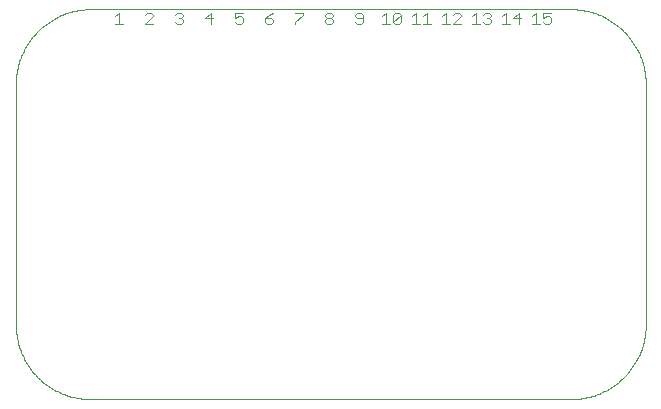
<source format=gbr>
G04 EAGLE Gerber RS-274X export*
G75*
%MOMM*%
%FSLAX34Y34*%
%LPD*%
%INSilkscreen Top*%
%IPPOS*%
%AMOC8*
5,1,8,0,0,1.08239X$1,22.5*%
G01*
%ADD10C,0.076200*%
%ADD11C,0.000000*%


D10*
X-182499Y159052D02*
X-179364Y162187D01*
X-179364Y152781D01*
X-182499Y152781D02*
X-176228Y152781D01*
X-157099Y152781D02*
X-150828Y152781D01*
X-157099Y152781D02*
X-150828Y159052D01*
X-150828Y160619D01*
X-152396Y162187D01*
X-155531Y162187D01*
X-157099Y160619D01*
X-131699Y160619D02*
X-130131Y162187D01*
X-126996Y162187D01*
X-125428Y160619D01*
X-125428Y159052D01*
X-126996Y157484D01*
X-128564Y157484D01*
X-126996Y157484D02*
X-125428Y155916D01*
X-125428Y154349D01*
X-126996Y152781D01*
X-130131Y152781D01*
X-131699Y154349D01*
X-101596Y152781D02*
X-101596Y162187D01*
X-106299Y157484D01*
X-100028Y157484D01*
X-80899Y162187D02*
X-74628Y162187D01*
X-80899Y162187D02*
X-80899Y157484D01*
X-77764Y159052D01*
X-76196Y159052D01*
X-74628Y157484D01*
X-74628Y154349D01*
X-76196Y152781D01*
X-79331Y152781D01*
X-80899Y154349D01*
X-52364Y160619D02*
X-49228Y162187D01*
X-52364Y160619D02*
X-55499Y157484D01*
X-55499Y154349D01*
X-53931Y152781D01*
X-50796Y152781D01*
X-49228Y154349D01*
X-49228Y155916D01*
X-50796Y157484D01*
X-55499Y157484D01*
X-30099Y162187D02*
X-23828Y162187D01*
X-23828Y160619D01*
X-30099Y154349D01*
X-30099Y152781D01*
X-4699Y160619D02*
X-3131Y162187D01*
X4Y162187D01*
X1572Y160619D01*
X1572Y159052D01*
X4Y157484D01*
X1572Y155916D01*
X1572Y154349D01*
X4Y152781D01*
X-3131Y152781D01*
X-4699Y154349D01*
X-4699Y155916D01*
X-3131Y157484D01*
X-4699Y159052D01*
X-4699Y160619D01*
X-3131Y157484D02*
X4Y157484D01*
X20701Y154349D02*
X22269Y152781D01*
X25404Y152781D01*
X26972Y154349D01*
X26972Y160619D01*
X25404Y162187D01*
X22269Y162187D01*
X20701Y160619D01*
X20701Y159052D01*
X22269Y157484D01*
X26972Y157484D01*
X43561Y159052D02*
X46696Y162187D01*
X46696Y152781D01*
X43561Y152781D02*
X49832Y152781D01*
X52916Y154349D02*
X52916Y160619D01*
X54484Y162187D01*
X57619Y162187D01*
X59187Y160619D01*
X59187Y154349D01*
X57619Y152781D01*
X54484Y152781D01*
X52916Y154349D01*
X59187Y160619D01*
X68961Y159052D02*
X72096Y162187D01*
X72096Y152781D01*
X68961Y152781D02*
X75232Y152781D01*
X78316Y159052D02*
X81452Y162187D01*
X81452Y152781D01*
X84587Y152781D02*
X78316Y152781D01*
X94361Y159052D02*
X97496Y162187D01*
X97496Y152781D01*
X94361Y152781D02*
X100632Y152781D01*
X103716Y152781D02*
X109987Y152781D01*
X103716Y152781D02*
X109987Y159052D01*
X109987Y160619D01*
X108419Y162187D01*
X105284Y162187D01*
X103716Y160619D01*
X119761Y159052D02*
X122896Y162187D01*
X122896Y152781D01*
X119761Y152781D02*
X126032Y152781D01*
X129116Y160619D02*
X130684Y162187D01*
X133819Y162187D01*
X135387Y160619D01*
X135387Y159052D01*
X133819Y157484D01*
X132252Y157484D01*
X133819Y157484D02*
X135387Y155916D01*
X135387Y154349D01*
X133819Y152781D01*
X130684Y152781D01*
X129116Y154349D01*
X145161Y159052D02*
X148296Y162187D01*
X148296Y152781D01*
X145161Y152781D02*
X151432Y152781D01*
X159219Y152781D02*
X159219Y162187D01*
X154516Y157484D01*
X160787Y157484D01*
X170561Y159052D02*
X173696Y162187D01*
X173696Y152781D01*
X170561Y152781D02*
X176832Y152781D01*
X179916Y162187D02*
X186187Y162187D01*
X179916Y162187D02*
X179916Y157484D01*
X183052Y159052D01*
X184619Y159052D01*
X186187Y157484D01*
X186187Y154349D01*
X184619Y152781D01*
X181484Y152781D01*
X179916Y154349D01*
D11*
X-266700Y101600D02*
X-266700Y-101600D01*
X-266700Y101600D02*
X-266681Y103134D01*
X-266626Y104668D01*
X-266533Y106200D01*
X-266404Y107729D01*
X-266237Y109254D01*
X-266034Y110775D01*
X-265794Y112291D01*
X-265517Y113800D01*
X-265204Y115302D01*
X-264855Y116797D01*
X-264470Y118282D01*
X-264049Y119758D01*
X-263592Y121223D01*
X-263100Y122676D01*
X-262574Y124117D01*
X-262012Y125546D01*
X-261416Y126960D01*
X-260787Y128359D01*
X-260123Y129743D01*
X-259426Y131110D01*
X-258697Y132460D01*
X-257935Y133792D01*
X-257141Y135105D01*
X-256316Y136399D01*
X-255459Y137672D01*
X-254573Y138924D01*
X-253656Y140155D01*
X-252709Y141363D01*
X-251734Y142547D01*
X-250730Y143708D01*
X-249699Y144845D01*
X-248641Y145955D01*
X-247555Y147041D01*
X-246445Y148099D01*
X-245308Y149130D01*
X-244147Y150134D01*
X-242963Y151109D01*
X-241755Y152056D01*
X-240524Y152973D01*
X-239272Y153859D01*
X-237999Y154716D01*
X-236705Y155541D01*
X-235392Y156335D01*
X-234060Y157097D01*
X-232710Y157826D01*
X-231343Y158523D01*
X-229959Y159187D01*
X-228560Y159816D01*
X-227146Y160412D01*
X-225717Y160974D01*
X-224276Y161500D01*
X-222823Y161992D01*
X-221358Y162449D01*
X-219882Y162870D01*
X-218397Y163255D01*
X-216902Y163604D01*
X-215400Y163917D01*
X-213891Y164194D01*
X-212375Y164434D01*
X-210854Y164637D01*
X-209329Y164804D01*
X-207800Y164933D01*
X-206268Y165026D01*
X-204734Y165081D01*
X-203200Y165100D01*
X203200Y165100D01*
X204734Y165081D01*
X206268Y165026D01*
X207800Y164933D01*
X209329Y164804D01*
X210854Y164637D01*
X212375Y164434D01*
X213891Y164194D01*
X215400Y163917D01*
X216902Y163604D01*
X218397Y163255D01*
X219882Y162870D01*
X221358Y162449D01*
X222823Y161992D01*
X224276Y161500D01*
X225717Y160974D01*
X227146Y160412D01*
X228560Y159816D01*
X229959Y159187D01*
X231343Y158523D01*
X232710Y157826D01*
X234060Y157097D01*
X235392Y156335D01*
X236705Y155541D01*
X237999Y154716D01*
X239272Y153859D01*
X240524Y152973D01*
X241755Y152056D01*
X242963Y151109D01*
X244147Y150134D01*
X245308Y149130D01*
X246445Y148099D01*
X247555Y147041D01*
X248641Y145955D01*
X249699Y144845D01*
X250730Y143708D01*
X251734Y142547D01*
X252709Y141363D01*
X253656Y140155D01*
X254573Y138924D01*
X255459Y137672D01*
X256316Y136399D01*
X257141Y135105D01*
X257935Y133792D01*
X258697Y132460D01*
X259426Y131110D01*
X260123Y129743D01*
X260787Y128359D01*
X261416Y126960D01*
X262012Y125546D01*
X262574Y124117D01*
X263100Y122676D01*
X263592Y121223D01*
X264049Y119758D01*
X264470Y118282D01*
X264855Y116797D01*
X265204Y115302D01*
X265517Y113800D01*
X265794Y112291D01*
X266034Y110775D01*
X266237Y109254D01*
X266404Y107729D01*
X266533Y106200D01*
X266626Y104668D01*
X266681Y103134D01*
X266700Y101600D01*
X266700Y-101600D01*
X266681Y-103134D01*
X266626Y-104668D01*
X266533Y-106200D01*
X266404Y-107729D01*
X266237Y-109254D01*
X266034Y-110775D01*
X265794Y-112291D01*
X265517Y-113800D01*
X265204Y-115302D01*
X264855Y-116797D01*
X264470Y-118282D01*
X264049Y-119758D01*
X263592Y-121223D01*
X263100Y-122676D01*
X262574Y-124117D01*
X262012Y-125546D01*
X261416Y-126960D01*
X260787Y-128359D01*
X260123Y-129743D01*
X259426Y-131110D01*
X258697Y-132460D01*
X257935Y-133792D01*
X257141Y-135105D01*
X256316Y-136399D01*
X255459Y-137672D01*
X254573Y-138924D01*
X253656Y-140155D01*
X252709Y-141363D01*
X251734Y-142547D01*
X250730Y-143708D01*
X249699Y-144845D01*
X248641Y-145955D01*
X247555Y-147041D01*
X246445Y-148099D01*
X245308Y-149130D01*
X244147Y-150134D01*
X242963Y-151109D01*
X241755Y-152056D01*
X240524Y-152973D01*
X239272Y-153859D01*
X237999Y-154716D01*
X236705Y-155541D01*
X235392Y-156335D01*
X234060Y-157097D01*
X232710Y-157826D01*
X231343Y-158523D01*
X229959Y-159187D01*
X228560Y-159816D01*
X227146Y-160412D01*
X225717Y-160974D01*
X224276Y-161500D01*
X222823Y-161992D01*
X221358Y-162449D01*
X219882Y-162870D01*
X218397Y-163255D01*
X216902Y-163604D01*
X215400Y-163917D01*
X213891Y-164194D01*
X212375Y-164434D01*
X210854Y-164637D01*
X209329Y-164804D01*
X207800Y-164933D01*
X206268Y-165026D01*
X204734Y-165081D01*
X203200Y-165100D01*
X-203200Y-165100D01*
X-204734Y-165081D01*
X-206268Y-165026D01*
X-207800Y-164933D01*
X-209329Y-164804D01*
X-210854Y-164637D01*
X-212375Y-164434D01*
X-213891Y-164194D01*
X-215400Y-163917D01*
X-216902Y-163604D01*
X-218397Y-163255D01*
X-219882Y-162870D01*
X-221358Y-162449D01*
X-222823Y-161992D01*
X-224276Y-161500D01*
X-225717Y-160974D01*
X-227146Y-160412D01*
X-228560Y-159816D01*
X-229959Y-159187D01*
X-231343Y-158523D01*
X-232710Y-157826D01*
X-234060Y-157097D01*
X-235392Y-156335D01*
X-236705Y-155541D01*
X-237999Y-154716D01*
X-239272Y-153859D01*
X-240524Y-152973D01*
X-241755Y-152056D01*
X-242963Y-151109D01*
X-244147Y-150134D01*
X-245308Y-149130D01*
X-246445Y-148099D01*
X-247555Y-147041D01*
X-248641Y-145955D01*
X-249699Y-144845D01*
X-250730Y-143708D01*
X-251734Y-142547D01*
X-252709Y-141363D01*
X-253656Y-140155D01*
X-254573Y-138924D01*
X-255459Y-137672D01*
X-256316Y-136399D01*
X-257141Y-135105D01*
X-257935Y-133792D01*
X-258697Y-132460D01*
X-259426Y-131110D01*
X-260123Y-129743D01*
X-260787Y-128359D01*
X-261416Y-126960D01*
X-262012Y-125546D01*
X-262574Y-124117D01*
X-263100Y-122676D01*
X-263592Y-121223D01*
X-264049Y-119758D01*
X-264470Y-118282D01*
X-264855Y-116797D01*
X-265204Y-115302D01*
X-265517Y-113800D01*
X-265794Y-112291D01*
X-266034Y-110775D01*
X-266237Y-109254D01*
X-266404Y-107729D01*
X-266533Y-106200D01*
X-266626Y-104668D01*
X-266681Y-103134D01*
X-266700Y-101600D01*
M02*

</source>
